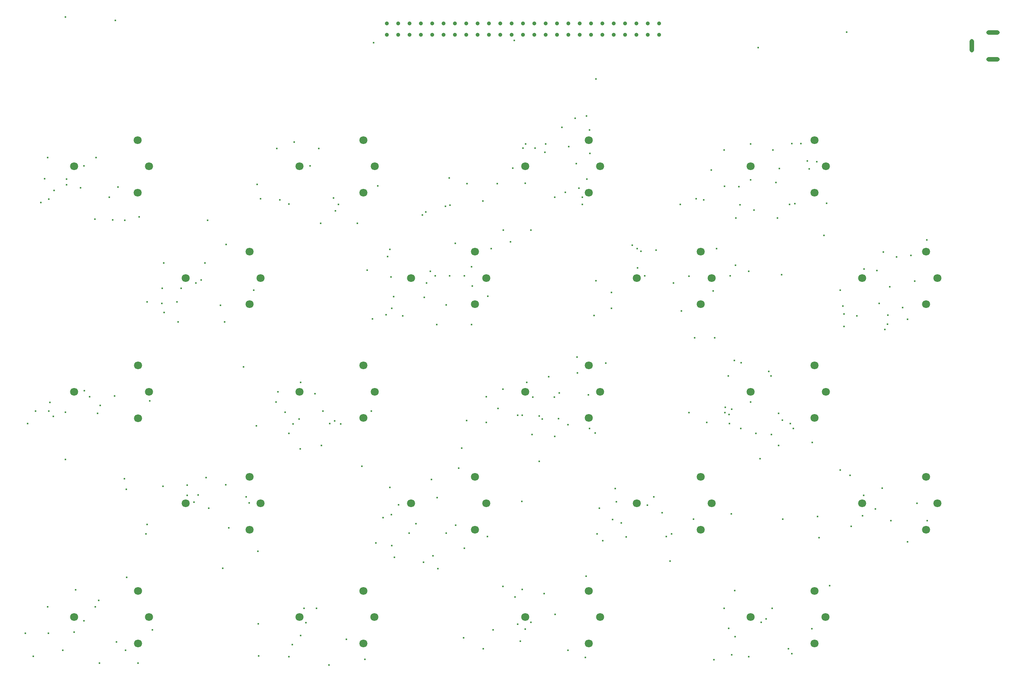
<source format=gbr>
%TF.GenerationSoftware,KiCad,Pcbnew,7.0.2*%
%TF.CreationDate,2023-07-28T09:11:57+01:00*%
%TF.ProjectId,Air quality project,41697220-7175-4616-9c69-74792070726f,rev?*%
%TF.SameCoordinates,Original*%
%TF.FileFunction,Plated,1,2,PTH,Mixed*%
%TF.FilePolarity,Positive*%
%FSLAX46Y46*%
G04 Gerber Fmt 4.6, Leading zero omitted, Abs format (unit mm)*
G04 Created by KiCad (PCBNEW 7.0.2) date 2023-07-28 09:11:57*
%MOMM*%
%LPD*%
G01*
G04 APERTURE LIST*
%TA.AperFunction,ViaDrill*%
%ADD10C,0.400000*%
%TD*%
%TA.AperFunction,ComponentDrill*%
%ADD11C,0.889000*%
%TD*%
G04 aperture for slot hole*
%TA.AperFunction,ComponentDrill*%
%ADD12O,1.000000X3.000000*%
%TD*%
G04 aperture for slot hole*
%TA.AperFunction,ComponentDrill*%
%ADD13O,3.000000X1.000000*%
%TD*%
%TA.AperFunction,ComponentDrill*%
%ADD14C,1.803400*%
%TD*%
G04 APERTURE END LIST*
D10*
X34087100Y-162620500D03*
X34636400Y-115627400D03*
X35898200Y-167769900D03*
X36413000Y-112855500D03*
X37599200Y-66120200D03*
X38454600Y-60800000D03*
X39071500Y-156696800D03*
X39077200Y-56001900D03*
X39283100Y-162620500D03*
X39311500Y-112815400D03*
X39327300Y-65337800D03*
X39644900Y-110872100D03*
X40369000Y-114009400D03*
X40542500Y-63364200D03*
X42508700Y-166443900D03*
X43062400Y-123648700D03*
X43067100Y-113096300D03*
X43098700Y-24531500D03*
X43312200Y-60816600D03*
X43370400Y-62093200D03*
X45024500Y-162381800D03*
X45340000Y-152909700D03*
X46493400Y-62820100D03*
X47200000Y-159824900D03*
X47218100Y-57897700D03*
X47318700Y-108252900D03*
X48470000Y-109656900D03*
X49651700Y-69815500D03*
X49786600Y-156696800D03*
X49970000Y-56001900D03*
X50253900Y-113371000D03*
X50520400Y-155265400D03*
X50687300Y-169334300D03*
X50885100Y-111540800D03*
X52882300Y-64884500D03*
X53693600Y-69971700D03*
X54116900Y-109425000D03*
X54290500Y-25285600D03*
X54516000Y-164526000D03*
X54859500Y-62598400D03*
X56314600Y-127963100D03*
X56359900Y-70069800D03*
X56568800Y-166443900D03*
X56746400Y-130370600D03*
X56781500Y-150071700D03*
X59345800Y-169334300D03*
X59550900Y-69342900D03*
X61107700Y-140381000D03*
X61394100Y-88366000D03*
X61394900Y-138200400D03*
X61950600Y-110561100D03*
X62557600Y-161838700D03*
X64662200Y-88744000D03*
X64774300Y-85309400D03*
X64947500Y-129643700D03*
X65076500Y-79635800D03*
X65198400Y-90763800D03*
X68087600Y-88336600D03*
X68267000Y-92878900D03*
X68978700Y-85298800D03*
X70340000Y-129425500D03*
X70352000Y-131708100D03*
X71886700Y-133224900D03*
X72284500Y-84163900D03*
X72817600Y-131661000D03*
X73470000Y-83437000D03*
X74316700Y-79635800D03*
X74601200Y-127695200D03*
X74935100Y-70069800D03*
X75175600Y-134609100D03*
X77820000Y-89118600D03*
X78306800Y-148037600D03*
X78752400Y-92878900D03*
X78993800Y-129372500D03*
X79031800Y-75482100D03*
X79660500Y-139003300D03*
X82912200Y-102948400D03*
X83551800Y-132039000D03*
X84200000Y-133438200D03*
X85226900Y-85739500D03*
X85832800Y-116157500D03*
X85962200Y-62054200D03*
X86148800Y-144241600D03*
X86264700Y-160533100D03*
X86366700Y-167707100D03*
X86739200Y-65275700D03*
X90216600Y-110790500D03*
X90373000Y-53964900D03*
X90665100Y-108522800D03*
X91059600Y-65502500D03*
X92280100Y-113111200D03*
X93125000Y-117788000D03*
X93132900Y-167848900D03*
X93155400Y-66456600D03*
X93883400Y-165195000D03*
X94072900Y-115727000D03*
X94310500Y-52548500D03*
X95430300Y-114597600D03*
X95695500Y-121310200D03*
X95756200Y-163158500D03*
X95758400Y-106359200D03*
X96539000Y-157002400D03*
X96963700Y-160234500D03*
X97819100Y-57901500D03*
X98970000Y-108949800D03*
X99330800Y-157002400D03*
X99765100Y-53964900D03*
X100202100Y-70777200D03*
X100374400Y-120579600D03*
X100720600Y-112830000D03*
X102105000Y-169701100D03*
X102276300Y-115598900D03*
X103120700Y-65042900D03*
X103320000Y-115047000D03*
X103553500Y-67976200D03*
X104201700Y-66522200D03*
X104742700Y-115729200D03*
X106019700Y-163992700D03*
X108428500Y-70777200D03*
X109429800Y-125218200D03*
X110104500Y-168500300D03*
X110675200Y-81239400D03*
X111569000Y-112830000D03*
X111853700Y-92191100D03*
X112047200Y-30270400D03*
X112553500Y-142396700D03*
X112994200Y-62400100D03*
X114224500Y-136741200D03*
X114914500Y-91266800D03*
X115234200Y-78200200D03*
X115696700Y-76592200D03*
X115696700Y-129908700D03*
X115990300Y-82759900D03*
X116079300Y-136065200D03*
X116144000Y-143004900D03*
X116171100Y-89816300D03*
X116580200Y-87181100D03*
X116722100Y-145602000D03*
X117654000Y-133824200D03*
X118604300Y-91457500D03*
X120021700Y-140169200D03*
X121578900Y-138029300D03*
X123019700Y-68921600D03*
X123231400Y-146685200D03*
X123427100Y-87329500D03*
X123755400Y-68186000D03*
X123970000Y-84138300D03*
X124793300Y-81536900D03*
X125061800Y-128137700D03*
X125391500Y-145239700D03*
X125890200Y-82556200D03*
X126211900Y-93458000D03*
X126324000Y-132203200D03*
X126510500Y-148150600D03*
X128155900Y-66962800D03*
X128320000Y-140188900D03*
X128328300Y-89078000D03*
X129018200Y-60580700D03*
X129073700Y-82556200D03*
X129187000Y-66685000D03*
X130401700Y-75274800D03*
X130470700Y-138418800D03*
X131088700Y-125617800D03*
X131837100Y-121145700D03*
X132241300Y-163642200D03*
X132371200Y-82498300D03*
X132390900Y-143548100D03*
X132882800Y-114927300D03*
X133021700Y-61860500D03*
X134013500Y-80452700D03*
X134032600Y-93458000D03*
X134161300Y-84852300D03*
X136571800Y-65788100D03*
X136642700Y-166122500D03*
X137283000Y-109639100D03*
X137322500Y-115385200D03*
X137526000Y-140977800D03*
X137684200Y-87124600D03*
X138407600Y-76429800D03*
X138803800Y-161896100D03*
X139765100Y-61860500D03*
X139950000Y-112268400D03*
X141047700Y-152128300D03*
X141060000Y-107906500D03*
X141080800Y-72306500D03*
X142721600Y-74890800D03*
X143203900Y-58379700D03*
X143549600Y-29791700D03*
X143736900Y-154470200D03*
X144297100Y-160603400D03*
X144309500Y-113755800D03*
X144893500Y-164379500D03*
X145240500Y-133057200D03*
X145311400Y-113781800D03*
X145384200Y-152767200D03*
X145509200Y-53914600D03*
X146000400Y-61785500D03*
X146010100Y-161724500D03*
X146139300Y-52948800D03*
X146376200Y-106426100D03*
X147306600Y-160171400D03*
X147336300Y-72306500D03*
X147582600Y-118076000D03*
X147688100Y-109661400D03*
X148270000Y-53914900D03*
X149127800Y-113956000D03*
X149202400Y-124086200D03*
X149878000Y-114629200D03*
X150270800Y-153719800D03*
X150402700Y-54837000D03*
X150582600Y-52948800D03*
X151314300Y-105152300D03*
X152567700Y-109661400D03*
X152617000Y-64919800D03*
X152647900Y-118535000D03*
X152693200Y-158346500D03*
X153468500Y-114493800D03*
X153652000Y-108751800D03*
X154201000Y-49257300D03*
X155024900Y-63810200D03*
X155571400Y-166406100D03*
X155588900Y-115891900D03*
X155783400Y-53566200D03*
X157224400Y-47257000D03*
X157435500Y-57393100D03*
X157669100Y-100709000D03*
X157706400Y-104301400D03*
X158082000Y-62882300D03*
X158801000Y-64919800D03*
X158801000Y-66490500D03*
X159454900Y-168061100D03*
X159695800Y-149813000D03*
X159722000Y-46697500D03*
X159802700Y-60821700D03*
X160174100Y-109234200D03*
X160420000Y-116717100D03*
X160456700Y-49852100D03*
X160484900Y-55054300D03*
X161407700Y-91376000D03*
X161707300Y-117784500D03*
X161864700Y-38371200D03*
X161874300Y-83657700D03*
X162108500Y-140381200D03*
X162646000Y-134634000D03*
X163361700Y-141882300D03*
X164097800Y-102051700D03*
X165350400Y-86218400D03*
X165353600Y-89808500D03*
X165579600Y-137120400D03*
X166213400Y-130173700D03*
X166396000Y-133159800D03*
X167513000Y-137857600D03*
X168639100Y-141057900D03*
X169966900Y-75647700D03*
X171053100Y-76434100D03*
X171175900Y-80764400D03*
X171904800Y-77022600D03*
X172770000Y-82522200D03*
X173335000Y-133907000D03*
X174840000Y-132017400D03*
X175356600Y-76764400D03*
X176674500Y-135588700D03*
X177625500Y-140913700D03*
X178434500Y-146452700D03*
X178820000Y-140348700D03*
X179257500Y-84103300D03*
X180741000Y-66508100D03*
X181010300Y-90399700D03*
X182707500Y-113204700D03*
X182708800Y-82623500D03*
X183687500Y-137027700D03*
X183951900Y-96431600D03*
X184280400Y-65245900D03*
X186022300Y-65533000D03*
X186664700Y-115406900D03*
X187676100Y-58827400D03*
X188091900Y-85895900D03*
X188240100Y-168582500D03*
X188473400Y-96431600D03*
X188908900Y-76428500D03*
X190566800Y-157022700D03*
X190569100Y-54361500D03*
X190674300Y-62482700D03*
X190697900Y-113141300D03*
X190792000Y-111980400D03*
X191499700Y-104946900D03*
X191601200Y-161555100D03*
X191684500Y-113609000D03*
X191725000Y-115644400D03*
X191889200Y-82530700D03*
X192204600Y-135892400D03*
X192255800Y-112431800D03*
X192276300Y-167464200D03*
X192856100Y-101501700D03*
X192913900Y-153093200D03*
X193056200Y-163369300D03*
X193094900Y-80194500D03*
X193170000Y-69548600D03*
X193826700Y-62504300D03*
X194143200Y-66601000D03*
X194302700Y-116754100D03*
X194363100Y-101967400D03*
X196049400Y-81510400D03*
X196054900Y-167855600D03*
X196488200Y-52949200D03*
X196504800Y-110810100D03*
X196522700Y-60984500D03*
X197283800Y-67770600D03*
X197681500Y-117865200D03*
X198160000Y-31417200D03*
X198593600Y-123538400D03*
X198819700Y-160159400D03*
X199970000Y-159400100D03*
X200524300Y-103912700D03*
X201042400Y-104946900D03*
X201176200Y-118086600D03*
X201327500Y-157022700D03*
X201472800Y-54361500D03*
X202174500Y-61640800D03*
X202498500Y-69548600D03*
X202738100Y-120555800D03*
X202752600Y-113310400D03*
X202933400Y-58462600D03*
X203435300Y-82270600D03*
X203566800Y-114857500D03*
X203670000Y-137027700D03*
X204998200Y-166131800D03*
X205196400Y-66549600D03*
X205343900Y-115646000D03*
X205718000Y-52872500D03*
X205730000Y-167161200D03*
X206086500Y-116754100D03*
X206392200Y-66323700D03*
X207783900Y-52914000D03*
X209174100Y-56799900D03*
X209586200Y-58604800D03*
X210221300Y-161575200D03*
X210318700Y-119850200D03*
X211345200Y-56952700D03*
X211439000Y-136420400D03*
X211831600Y-141158100D03*
X212886400Y-73499700D03*
X213540500Y-66284800D03*
X214166800Y-151924100D03*
X216563300Y-126011800D03*
X216599300Y-85729100D03*
X217177100Y-89299500D03*
X217371000Y-91078700D03*
X217420500Y-93841000D03*
X218036900Y-27942000D03*
X218742100Y-127265000D03*
X219016300Y-138637900D03*
X220281300Y-91539400D03*
X221524600Y-136249000D03*
X221841400Y-131708100D03*
X221875600Y-81002400D03*
X224447600Y-134730600D03*
X224762700Y-81375400D03*
X225298000Y-88675200D03*
X225954100Y-130067900D03*
X226194300Y-77162000D03*
X226550900Y-94577200D03*
X227164200Y-93327200D03*
X227186000Y-91299300D03*
X227686100Y-85002300D03*
X227943400Y-137358000D03*
X229161100Y-78271300D03*
X230506200Y-89665900D03*
X231612700Y-92226800D03*
X231663800Y-142133300D03*
X232397400Y-77933700D03*
X233198900Y-83672600D03*
X233765700Y-133534800D03*
X235962400Y-74477900D03*
X236046300Y-137358000D03*
D11*
%TO.C,J3*%
X115000000Y-26000000D03*
X115000000Y-28540000D03*
X117540000Y-26000000D03*
X117540000Y-28540000D03*
X120080000Y-26000000D03*
X120080000Y-28540000D03*
X122620000Y-26000000D03*
X122620000Y-28540000D03*
X125160000Y-26000000D03*
X125160000Y-28540000D03*
X127700000Y-26000000D03*
X127700000Y-28540000D03*
X130240000Y-26000000D03*
X130240000Y-28540000D03*
X132780000Y-26000000D03*
X132780000Y-28540000D03*
X135320000Y-26000000D03*
X135320000Y-28540000D03*
X137860000Y-26000000D03*
X137860000Y-28540000D03*
X140400000Y-26000000D03*
X140400000Y-28540000D03*
X142940000Y-26000000D03*
X142940000Y-28540000D03*
X145480000Y-26000000D03*
X145480000Y-28540000D03*
X148020000Y-26000000D03*
X148020000Y-28540000D03*
X150560000Y-26000000D03*
X150560000Y-28540000D03*
X153100000Y-26000000D03*
X153100000Y-28540000D03*
X155640000Y-26000000D03*
X155640000Y-28540000D03*
X158180000Y-26000000D03*
X158180000Y-28540000D03*
X160720000Y-26000000D03*
X160720000Y-28540000D03*
X163260000Y-26000000D03*
X163260000Y-28540000D03*
X165800000Y-26000000D03*
X165800000Y-28540000D03*
X168340000Y-26000000D03*
X168340000Y-28540000D03*
X170880000Y-26000000D03*
X170880000Y-28540000D03*
X173420000Y-26000000D03*
X173420000Y-28540000D03*
X175960000Y-26000000D03*
X175960000Y-28540000D03*
D12*
%TO.C,J1*%
X246030000Y-30970000D03*
D13*
X250730000Y-27970000D03*
X250730000Y-33970000D03*
D14*
%TO.C,J2*%
X45003000Y-58000501D03*
%TO.C,J4*%
X45010000Y-108530001D03*
%TO.C,J5*%
X45010000Y-159020001D03*
%TO.C,J2*%
X59283000Y-52100501D03*
X59283000Y-63900501D03*
%TO.C,J4*%
X59290000Y-102630001D03*
X59290000Y-114430001D03*
%TO.C,J5*%
X59290000Y-153120001D03*
X59290000Y-164920001D03*
%TO.C,J2*%
X61803000Y-58000501D03*
%TO.C,J4*%
X61810000Y-108530001D03*
%TO.C,J5*%
X61810000Y-159020001D03*
%TO.C,J6*%
X70000000Y-83000001D03*
%TO.C,J7*%
X70000000Y-133500001D03*
%TO.C,J6*%
X84280000Y-77100001D03*
X84280000Y-88900001D03*
%TO.C,J7*%
X84280000Y-127600001D03*
X84280000Y-139400001D03*
%TO.C,J6*%
X86800000Y-83000001D03*
%TO.C,J7*%
X86800000Y-133500001D03*
%TO.C,J10*%
X95490000Y-159000001D03*
%TO.C,J8*%
X95500000Y-58000001D03*
%TO.C,J9*%
X95500000Y-108500001D03*
%TO.C,J10*%
X109770000Y-153100001D03*
X109770000Y-164900001D03*
%TO.C,J8*%
X109780000Y-52100001D03*
X109780000Y-63900001D03*
%TO.C,J9*%
X109780000Y-102600001D03*
X109780000Y-114400001D03*
%TO.C,J10*%
X112290000Y-159000001D03*
%TO.C,J8*%
X112300000Y-58000001D03*
%TO.C,J9*%
X112300000Y-108500001D03*
%TO.C,J11*%
X120500000Y-83000001D03*
%TO.C,J12*%
X120500000Y-133500001D03*
%TO.C,J11*%
X134780000Y-77100001D03*
X134780000Y-88900001D03*
%TO.C,J12*%
X134780000Y-127600001D03*
X134780000Y-139400001D03*
%TO.C,J11*%
X137300000Y-83000001D03*
%TO.C,J12*%
X137300000Y-133500001D03*
%TO.C,J15*%
X145990000Y-159000001D03*
%TO.C,J13*%
X146000000Y-58000001D03*
%TO.C,J14*%
X146000000Y-108500001D03*
%TO.C,J15*%
X160270000Y-153100001D03*
X160270000Y-164900001D03*
%TO.C,J13*%
X160280000Y-52100001D03*
X160280000Y-63900001D03*
%TO.C,J14*%
X160280000Y-102600001D03*
X160280000Y-114400001D03*
%TO.C,J15*%
X162790000Y-159000001D03*
%TO.C,J13*%
X162800000Y-58000001D03*
%TO.C,J14*%
X162800000Y-108500001D03*
%TO.C,J16*%
X171000000Y-83000001D03*
%TO.C,J17*%
X171000000Y-133500001D03*
%TO.C,J16*%
X185280000Y-77100001D03*
X185280000Y-88900001D03*
%TO.C,J17*%
X185280000Y-127600001D03*
X185280000Y-139400001D03*
%TO.C,J16*%
X187800000Y-83000001D03*
%TO.C,J17*%
X187800000Y-133500001D03*
%TO.C,J20*%
X196490000Y-159000001D03*
%TO.C,J18*%
X196500000Y-58000001D03*
%TO.C,J19*%
X196500000Y-108500001D03*
%TO.C,J20*%
X210770000Y-153100001D03*
X210770000Y-164900001D03*
%TO.C,J18*%
X210780000Y-52100001D03*
X210780000Y-63900001D03*
%TO.C,J19*%
X210780000Y-102600001D03*
X210780000Y-114400001D03*
%TO.C,J20*%
X213290000Y-159000001D03*
%TO.C,J18*%
X213300000Y-58000001D03*
%TO.C,J19*%
X213300000Y-108500001D03*
%TO.C,J21*%
X221500000Y-83000001D03*
%TO.C,J22*%
X221500000Y-133500001D03*
%TO.C,J21*%
X235780000Y-77100001D03*
X235780000Y-88900001D03*
%TO.C,J22*%
X235780000Y-127600001D03*
X235780000Y-139400001D03*
%TO.C,J21*%
X238300000Y-83000001D03*
%TO.C,J22*%
X238300000Y-133500001D03*
M02*

</source>
